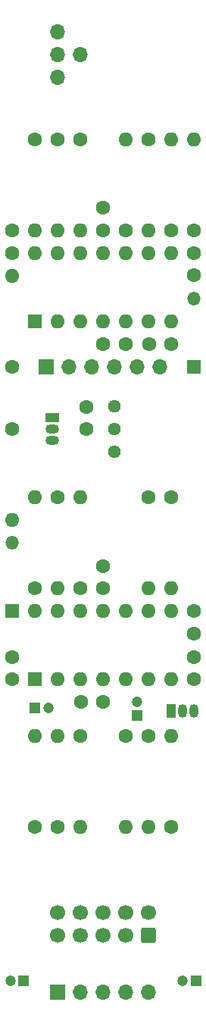
<source format=gbr>
%TF.GenerationSoftware,KiCad,Pcbnew,(6.0.5)*%
%TF.CreationDate,2023-02-15T12:53:42-05:00*%
%TF.ProjectId,wow_and_flutter,776f775f-616e-4645-9f66-6c7574746572,rev?*%
%TF.SameCoordinates,Original*%
%TF.FileFunction,Soldermask,Bot*%
%TF.FilePolarity,Negative*%
%FSLAX46Y46*%
G04 Gerber Fmt 4.6, Leading zero omitted, Abs format (unit mm)*
G04 Created by KiCad (PCBNEW (6.0.5)) date 2023-02-15 12:53:42*
%MOMM*%
%LPD*%
G01*
G04 APERTURE LIST*
G04 Aperture macros list*
%AMRoundRect*
0 Rectangle with rounded corners*
0 $1 Rounding radius*
0 $2 $3 $4 $5 $6 $7 $8 $9 X,Y pos of 4 corners*
0 Add a 4 corners polygon primitive as box body*
4,1,4,$2,$3,$4,$5,$6,$7,$8,$9,$2,$3,0*
0 Add four circle primitives for the rounded corners*
1,1,$1+$1,$2,$3*
1,1,$1+$1,$4,$5*
1,1,$1+$1,$6,$7*
1,1,$1+$1,$8,$9*
0 Add four rect primitives between the rounded corners*
20,1,$1+$1,$2,$3,$4,$5,0*
20,1,$1+$1,$4,$5,$6,$7,0*
20,1,$1+$1,$6,$7,$8,$9,0*
20,1,$1+$1,$8,$9,$2,$3,0*%
G04 Aperture macros list end*
%ADD10C,1.600000*%
%ADD11O,1.600000X1.600000*%
%ADD12R,1.700000X1.700000*%
%ADD13O,1.700000X1.700000*%
%ADD14R,1.200000X1.200000*%
%ADD15C,1.200000*%
%ADD16R,1.500000X1.500000*%
%ADD17O,1.500000X1.500000*%
%ADD18C,1.440000*%
%ADD19R,1.600000X1.600000*%
%ADD20R,1.500000X1.050000*%
%ADD21O,1.500000X1.050000*%
%ADD22R,1.050000X1.500000*%
%ADD23O,1.050000X1.500000*%
%ADD24RoundRect,0.250000X0.600000X-0.600000X0.600000X0.600000X-0.600000X0.600000X-0.600000X-0.600000X0*%
%ADD25C,1.700000*%
G04 APERTURE END LIST*
D10*
%TO.C,R8*%
X187960000Y-117475000D03*
D11*
X187960000Y-127635000D03*
%TD*%
D10*
%TO.C,R19*%
X198120000Y-90805000D03*
D11*
X198120000Y-100965000D03*
%TD*%
D10*
%TO.C,R4*%
X193040000Y-60960000D03*
D11*
X193040000Y-50800000D03*
%TD*%
D10*
%TO.C,C6*%
X190505000Y-58460000D03*
X190505000Y-60960000D03*
%TD*%
%TO.C,R12*%
X195580000Y-117475000D03*
D11*
X195580000Y-127635000D03*
%TD*%
D10*
%TO.C,R18*%
X195580000Y-90805000D03*
D11*
X195580000Y-100965000D03*
%TD*%
D10*
%TO.C,C13*%
X188595000Y-80665000D03*
X188595000Y-83165000D03*
%TD*%
%TO.C,R16*%
X182880000Y-100965000D03*
D11*
X182880000Y-90805000D03*
%TD*%
D10*
%TO.C,R23*%
X182880000Y-50800000D03*
D11*
X182880000Y-60960000D03*
%TD*%
D12*
%TO.C,J5*%
X184150000Y-76200000D03*
D13*
X186690000Y-76200000D03*
X189230000Y-76200000D03*
X191770000Y-76200000D03*
X194310000Y-76200000D03*
X196850000Y-76200000D03*
%TD*%
D14*
%TO.C,C8*%
X194310000Y-115165000D03*
D15*
X194310000Y-113665000D03*
%TD*%
D10*
%TO.C,R20*%
X180345000Y-76240000D03*
D11*
X180345000Y-66080000D03*
%TD*%
D10*
%TO.C,C16*%
X180345000Y-61000000D03*
X180345000Y-63500000D03*
%TD*%
%TO.C,R10*%
X182880000Y-127635000D03*
D11*
X182880000Y-117475000D03*
%TD*%
D10*
%TO.C,C4*%
X190500000Y-98465000D03*
X190500000Y-100965000D03*
%TD*%
D16*
%TO.C,D1*%
X200660000Y-76200000D03*
D17*
X200660000Y-68580000D03*
%TD*%
D18*
%TO.C,RV2*%
X191770000Y-85725000D03*
X191770000Y-83185000D03*
X191770000Y-80645000D03*
%TD*%
D19*
%TO.C,U2*%
X182880000Y-71120000D03*
D11*
X185420000Y-71120000D03*
X187960000Y-71120000D03*
X190500000Y-71120000D03*
X193040000Y-71120000D03*
X195580000Y-71120000D03*
X198120000Y-71120000D03*
X198120000Y-63500000D03*
X195580000Y-63500000D03*
X193040000Y-63500000D03*
X190500000Y-63500000D03*
X187960000Y-63500000D03*
X185420000Y-63500000D03*
X182880000Y-63500000D03*
%TD*%
D20*
%TO.C,Q2*%
X184785000Y-81915000D03*
D21*
X184785000Y-83185000D03*
X184785000Y-84455000D03*
%TD*%
D14*
%TO.C,C2*%
X200890000Y-144780000D03*
D15*
X199390000Y-144780000D03*
%TD*%
D10*
%TO.C,R15*%
X185420000Y-90805000D03*
D11*
X185420000Y-100965000D03*
%TD*%
D16*
%TO.C,D2*%
X180340000Y-103505000D03*
D17*
X180340000Y-95885000D03*
%TD*%
D10*
%TO.C,R5*%
X198125000Y-60960000D03*
D11*
X198125000Y-50800000D03*
%TD*%
D10*
%TO.C,R3*%
X195580000Y-50800000D03*
D11*
X195580000Y-60960000D03*
%TD*%
D10*
%TO.C,R17*%
X180340000Y-83185000D03*
D11*
X180340000Y-93345000D03*
%TD*%
D10*
%TO.C,C3*%
X188000000Y-113665000D03*
X190500000Y-113665000D03*
%TD*%
%TO.C,R22*%
X187965000Y-50800000D03*
D11*
X187965000Y-60960000D03*
%TD*%
D10*
%TO.C,C5*%
X193000000Y-73700000D03*
X190500000Y-73700000D03*
%TD*%
%TO.C,C14*%
X200660000Y-106005000D03*
X200660000Y-103505000D03*
%TD*%
D22*
%TO.C,Q1*%
X198120000Y-114660000D03*
D23*
X199390000Y-114660000D03*
X200660000Y-114660000D03*
%TD*%
D10*
%TO.C,C7*%
X198125000Y-73700000D03*
X195625000Y-73700000D03*
%TD*%
D14*
%TO.C,C1*%
X181610000Y-144780000D03*
D15*
X180110000Y-144780000D03*
%TD*%
D10*
%TO.C,C11*%
X200660000Y-108625000D03*
X200660000Y-111125000D03*
%TD*%
D24*
%TO.C,J1*%
X195580000Y-139700000D03*
D25*
X195580000Y-137160000D03*
X193040000Y-139700000D03*
X193040000Y-137160000D03*
X190500000Y-139700000D03*
X190500000Y-137160000D03*
X187960000Y-139700000D03*
X187960000Y-137160000D03*
X185420000Y-139700000D03*
X185420000Y-137160000D03*
%TD*%
D10*
%TO.C,R9*%
X185420000Y-127635000D03*
D11*
X185420000Y-117475000D03*
%TD*%
D10*
%TO.C,R7*%
X198120000Y-127635000D03*
D11*
X198120000Y-117475000D03*
%TD*%
D10*
%TO.C,R14*%
X187960000Y-100965000D03*
D11*
X187960000Y-90805000D03*
%TD*%
D10*
%TO.C,C9*%
X180340000Y-108625000D03*
X180340000Y-111125000D03*
%TD*%
%TO.C,R21*%
X185420000Y-50800000D03*
D11*
X185420000Y-60960000D03*
%TD*%
D12*
%TO.C,J3*%
X185420000Y-146050000D03*
D13*
X187960000Y-146050000D03*
X190500000Y-146050000D03*
X193040000Y-146050000D03*
X195580000Y-146050000D03*
%TD*%
D10*
%TO.C,C12*%
X200665000Y-66000000D03*
X200665000Y-63500000D03*
%TD*%
D14*
%TO.C,C10*%
X182880000Y-114300000D03*
D15*
X184380000Y-114300000D03*
%TD*%
D10*
%TO.C,R11*%
X193040000Y-117475000D03*
D11*
X193040000Y-127635000D03*
%TD*%
D19*
%TO.C,U1*%
X182875000Y-111115000D03*
D11*
X185415000Y-111115000D03*
X187955000Y-111115000D03*
X190495000Y-111115000D03*
X193035000Y-111115000D03*
X195575000Y-111115000D03*
X198115000Y-111115000D03*
X198115000Y-103495000D03*
X195575000Y-103495000D03*
X193035000Y-103495000D03*
X190495000Y-103495000D03*
X187955000Y-103495000D03*
X185415000Y-103495000D03*
X182875000Y-103495000D03*
%TD*%
D13*
%TO.C,JP1*%
X185425000Y-43855000D03*
X187965000Y-41315000D03*
X185425000Y-38775000D03*
X185425000Y-41315000D03*
%TD*%
D10*
%TO.C,R13*%
X200665000Y-60960000D03*
D11*
X200665000Y-50800000D03*
%TD*%
M02*

</source>
